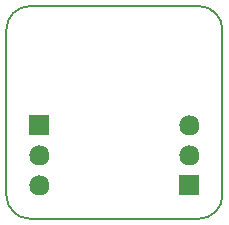
<source format=gbr>
G04 #@! TF.GenerationSoftware,KiCad,Pcbnew,5.0.1-33cea8e~68~ubuntu18.10.1*
G04 #@! TF.CreationDate,2018-12-01T22:14:16+02:00*
G04 #@! TF.ProjectId,BRK-SOT-23-6,42524B2D534F542D32332D362E6B6963,v1.0*
G04 #@! TF.SameCoordinates,Original*
G04 #@! TF.FileFunction,Soldermask,Bot*
G04 #@! TF.FilePolarity,Negative*
%FSLAX46Y46*%
G04 Gerber Fmt 4.6, Leading zero omitted, Abs format (unit mm)*
G04 Created by KiCad (PCBNEW 5.0.1-33cea8e~68~ubuntu18.10.1) date la  1. joulukuuta 2018 22.14.16*
%MOMM*%
%LPD*%
G01*
G04 APERTURE LIST*
%ADD10C,0.150000*%
%ADD11C,0.100000*%
G04 APERTURE END LIST*
D10*
X52000000Y-68000000D02*
G75*
G02X50000000Y-66000000I0J2000000D01*
G01*
X68300000Y-66000000D02*
G75*
G02X66300000Y-68000000I-2000000J0D01*
G01*
X66300000Y-50000000D02*
G75*
G02X68300000Y-52000000I0J-2000000D01*
G01*
X50000000Y-52000000D02*
G75*
G02X52000000Y-50000000I2000000J0D01*
G01*
X66300000Y-68000000D02*
X52000000Y-68000000D01*
X68300000Y-52000000D02*
X68300000Y-66000000D01*
X52000000Y-50000000D02*
X66300000Y-50000000D01*
X50000000Y-66000000D02*
X50000000Y-52000000D01*
D11*
G36*
X66350000Y-66030000D02*
X64650000Y-66030000D01*
X64650000Y-64330000D01*
X66350000Y-64330000D01*
X66350000Y-66030000D01*
X66350000Y-66030000D01*
G37*
G36*
X52966627Y-64342299D02*
X53057088Y-64369740D01*
X53126855Y-64390903D01*
X53180712Y-64419691D01*
X53274517Y-64469830D01*
X53403948Y-64576052D01*
X53510170Y-64705483D01*
X53560309Y-64799288D01*
X53589097Y-64853145D01*
X53589097Y-64853146D01*
X53637701Y-65013373D01*
X53654113Y-65180000D01*
X53637701Y-65346627D01*
X53637700Y-65346629D01*
X53589097Y-65506855D01*
X53560309Y-65560712D01*
X53510170Y-65654517D01*
X53403948Y-65783948D01*
X53274517Y-65890170D01*
X53180712Y-65940309D01*
X53126855Y-65969097D01*
X53057088Y-65990260D01*
X52966627Y-66017701D01*
X52841757Y-66030000D01*
X52758243Y-66030000D01*
X52633373Y-66017701D01*
X52542912Y-65990260D01*
X52473145Y-65969097D01*
X52419288Y-65940309D01*
X52325483Y-65890170D01*
X52196052Y-65783948D01*
X52089830Y-65654517D01*
X52039691Y-65560712D01*
X52010903Y-65506855D01*
X51962300Y-65346629D01*
X51962299Y-65346627D01*
X51945887Y-65180000D01*
X51962299Y-65013373D01*
X52010903Y-64853146D01*
X52010903Y-64853145D01*
X52039691Y-64799288D01*
X52089830Y-64705483D01*
X52196052Y-64576052D01*
X52325483Y-64469830D01*
X52419288Y-64419691D01*
X52473145Y-64390903D01*
X52542912Y-64369740D01*
X52633373Y-64342299D01*
X52758243Y-64330000D01*
X52841757Y-64330000D01*
X52966627Y-64342299D01*
X52966627Y-64342299D01*
G37*
G36*
X65666627Y-61802299D02*
X65757088Y-61829740D01*
X65826855Y-61850903D01*
X65880712Y-61879691D01*
X65974517Y-61929830D01*
X66103948Y-62036052D01*
X66210170Y-62165483D01*
X66260309Y-62259288D01*
X66289097Y-62313145D01*
X66289097Y-62313146D01*
X66337701Y-62473373D01*
X66354113Y-62640000D01*
X66337701Y-62806627D01*
X66337700Y-62806629D01*
X66289097Y-62966855D01*
X66260309Y-63020712D01*
X66210170Y-63114517D01*
X66103948Y-63243948D01*
X65974517Y-63350170D01*
X65880712Y-63400309D01*
X65826855Y-63429097D01*
X65757088Y-63450260D01*
X65666627Y-63477701D01*
X65541757Y-63490000D01*
X65458243Y-63490000D01*
X65333373Y-63477701D01*
X65242912Y-63450260D01*
X65173145Y-63429097D01*
X65119288Y-63400309D01*
X65025483Y-63350170D01*
X64896052Y-63243948D01*
X64789830Y-63114517D01*
X64739691Y-63020712D01*
X64710903Y-62966855D01*
X64662300Y-62806629D01*
X64662299Y-62806627D01*
X64645887Y-62640000D01*
X64662299Y-62473373D01*
X64710903Y-62313146D01*
X64710903Y-62313145D01*
X64739691Y-62259288D01*
X64789830Y-62165483D01*
X64896052Y-62036052D01*
X65025483Y-61929830D01*
X65119288Y-61879691D01*
X65173145Y-61850903D01*
X65242912Y-61829740D01*
X65333373Y-61802299D01*
X65458243Y-61790000D01*
X65541757Y-61790000D01*
X65666627Y-61802299D01*
X65666627Y-61802299D01*
G37*
G36*
X52966627Y-61802299D02*
X53057088Y-61829740D01*
X53126855Y-61850903D01*
X53180712Y-61879691D01*
X53274517Y-61929830D01*
X53403948Y-62036052D01*
X53510170Y-62165483D01*
X53560309Y-62259288D01*
X53589097Y-62313145D01*
X53589097Y-62313146D01*
X53637701Y-62473373D01*
X53654113Y-62640000D01*
X53637701Y-62806627D01*
X53637700Y-62806629D01*
X53589097Y-62966855D01*
X53560309Y-63020712D01*
X53510170Y-63114517D01*
X53403948Y-63243948D01*
X53274517Y-63350170D01*
X53180712Y-63400309D01*
X53126855Y-63429097D01*
X53057088Y-63450260D01*
X52966627Y-63477701D01*
X52841757Y-63490000D01*
X52758243Y-63490000D01*
X52633373Y-63477701D01*
X52542912Y-63450260D01*
X52473145Y-63429097D01*
X52419288Y-63400309D01*
X52325483Y-63350170D01*
X52196052Y-63243948D01*
X52089830Y-63114517D01*
X52039691Y-63020712D01*
X52010903Y-62966855D01*
X51962300Y-62806629D01*
X51962299Y-62806627D01*
X51945887Y-62640000D01*
X51962299Y-62473373D01*
X52010903Y-62313146D01*
X52010903Y-62313145D01*
X52039691Y-62259288D01*
X52089830Y-62165483D01*
X52196052Y-62036052D01*
X52325483Y-61929830D01*
X52419288Y-61879691D01*
X52473145Y-61850903D01*
X52542912Y-61829740D01*
X52633373Y-61802299D01*
X52758243Y-61790000D01*
X52841757Y-61790000D01*
X52966627Y-61802299D01*
X52966627Y-61802299D01*
G37*
G36*
X65666627Y-59262299D02*
X65757088Y-59289740D01*
X65826855Y-59310903D01*
X65880712Y-59339691D01*
X65974517Y-59389830D01*
X66103948Y-59496052D01*
X66210170Y-59625483D01*
X66260309Y-59719288D01*
X66289097Y-59773145D01*
X66289097Y-59773146D01*
X66337701Y-59933373D01*
X66354113Y-60100000D01*
X66337701Y-60266627D01*
X66337700Y-60266629D01*
X66289097Y-60426855D01*
X66260309Y-60480712D01*
X66210170Y-60574517D01*
X66103948Y-60703948D01*
X65974517Y-60810170D01*
X65880712Y-60860309D01*
X65826855Y-60889097D01*
X65757088Y-60910260D01*
X65666627Y-60937701D01*
X65541757Y-60950000D01*
X65458243Y-60950000D01*
X65333373Y-60937701D01*
X65242912Y-60910260D01*
X65173145Y-60889097D01*
X65119288Y-60860309D01*
X65025483Y-60810170D01*
X64896052Y-60703948D01*
X64789830Y-60574517D01*
X64739691Y-60480712D01*
X64710903Y-60426855D01*
X64662300Y-60266629D01*
X64662299Y-60266627D01*
X64645887Y-60100000D01*
X64662299Y-59933373D01*
X64710903Y-59773146D01*
X64710903Y-59773145D01*
X64739691Y-59719288D01*
X64789830Y-59625483D01*
X64896052Y-59496052D01*
X65025483Y-59389830D01*
X65119288Y-59339691D01*
X65173145Y-59310903D01*
X65242912Y-59289740D01*
X65333373Y-59262299D01*
X65458243Y-59250000D01*
X65541757Y-59250000D01*
X65666627Y-59262299D01*
X65666627Y-59262299D01*
G37*
G36*
X53650000Y-60950000D02*
X51950000Y-60950000D01*
X51950000Y-59250000D01*
X53650000Y-59250000D01*
X53650000Y-60950000D01*
X53650000Y-60950000D01*
G37*
M02*

</source>
